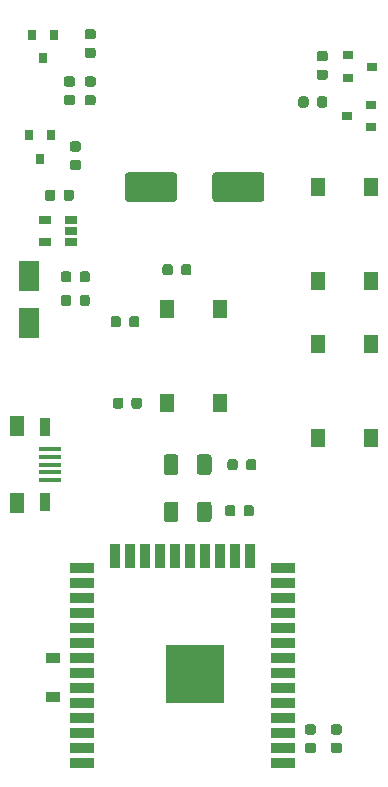
<source format=gtp>
G04 #@! TF.GenerationSoftware,KiCad,Pcbnew,(5.1.7)-1*
G04 #@! TF.CreationDate,2021-04-23T15:20:20+02:00*
G04 #@! TF.ProjectId,TwomesGateway,54776f6d-6573-4476-9174-657761792e6b,rev?*
G04 #@! TF.SameCoordinates,Original*
G04 #@! TF.FileFunction,Paste,Top*
G04 #@! TF.FilePolarity,Positive*
%FSLAX46Y46*%
G04 Gerber Fmt 4.6, Leading zero omitted, Abs format (unit mm)*
G04 Created by KiCad (PCBNEW (5.1.7)-1) date 2021-04-23 15:20:20*
%MOMM*%
%LPD*%
G01*
G04 APERTURE LIST*
%ADD10R,1.800000X2.500000*%
%ADD11R,0.900000X1.625000*%
%ADD12R,1.850000X0.400000*%
%ADD13R,1.300000X1.715000*%
%ADD14R,0.900000X0.800000*%
%ADD15R,0.800000X0.900000*%
%ADD16R,1.200000X0.900000*%
%ADD17R,2.000000X0.900000*%
%ADD18R,0.900000X2.000000*%
%ADD19R,5.000000X5.000000*%
%ADD20R,1.060000X0.650000*%
%ADD21R,1.300000X1.550000*%
G04 APERTURE END LIST*
G36*
G01*
X95250000Y-139875000D02*
X94750000Y-139875000D01*
G75*
G02*
X94525000Y-139650000I0J225000D01*
G01*
X94525000Y-139200000D01*
G75*
G02*
X94750000Y-138975000I225000J0D01*
G01*
X95250000Y-138975000D01*
G75*
G02*
X95475000Y-139200000I0J-225000D01*
G01*
X95475000Y-139650000D01*
G75*
G02*
X95250000Y-139875000I-225000J0D01*
G01*
G37*
G36*
G01*
X95250000Y-141425000D02*
X94750000Y-141425000D01*
G75*
G02*
X94525000Y-141200000I0J225000D01*
G01*
X94525000Y-140750000D01*
G75*
G02*
X94750000Y-140525000I225000J0D01*
G01*
X95250000Y-140525000D01*
G75*
G02*
X95475000Y-140750000I0J-225000D01*
G01*
X95475000Y-141200000D01*
G75*
G02*
X95250000Y-141425000I-225000J0D01*
G01*
G37*
G36*
G01*
X93056250Y-141425000D02*
X92543750Y-141425000D01*
G75*
G02*
X92325000Y-141206250I0J218750D01*
G01*
X92325000Y-140768750D01*
G75*
G02*
X92543750Y-140550000I218750J0D01*
G01*
X93056250Y-140550000D01*
G75*
G02*
X93275000Y-140768750I0J-218750D01*
G01*
X93275000Y-141206250D01*
G75*
G02*
X93056250Y-141425000I-218750J0D01*
G01*
G37*
G36*
G01*
X93056250Y-139850000D02*
X92543750Y-139850000D01*
G75*
G02*
X92325000Y-139631250I0J218750D01*
G01*
X92325000Y-139193750D01*
G75*
G02*
X92543750Y-138975000I218750J0D01*
G01*
X93056250Y-138975000D01*
G75*
G02*
X93275000Y-139193750I0J-218750D01*
G01*
X93275000Y-139631250D01*
G75*
G02*
X93056250Y-139850000I-218750J0D01*
G01*
G37*
G36*
G01*
X84500000Y-94500000D02*
X84500000Y-92500000D01*
G75*
G02*
X84750000Y-92250000I250000J0D01*
G01*
X88650000Y-92250000D01*
G75*
G02*
X88900000Y-92500000I0J-250000D01*
G01*
X88900000Y-94500000D01*
G75*
G02*
X88650000Y-94750000I-250000J0D01*
G01*
X84750000Y-94750000D01*
G75*
G02*
X84500000Y-94500000I0J250000D01*
G01*
G37*
G36*
G01*
X77100000Y-94500000D02*
X77100000Y-92500000D01*
G75*
G02*
X77350000Y-92250000I250000J0D01*
G01*
X81250000Y-92250000D01*
G75*
G02*
X81500000Y-92500000I0J-250000D01*
G01*
X81500000Y-94500000D01*
G75*
G02*
X81250000Y-94750000I-250000J0D01*
G01*
X77350000Y-94750000D01*
G75*
G02*
X77100000Y-94500000I0J250000D01*
G01*
G37*
D10*
X69000000Y-105000000D03*
X69000000Y-101000000D03*
D11*
X70300000Y-120200000D03*
D12*
X70770000Y-118310000D03*
X70770000Y-117660000D03*
X70770000Y-117010000D03*
D11*
X70300000Y-113800000D03*
D12*
X70770000Y-116360000D03*
X70770000Y-115710000D03*
D13*
X67950000Y-120250000D03*
X67950000Y-113750000D03*
G36*
G01*
X73893750Y-81700000D02*
X74406250Y-81700000D01*
G75*
G02*
X74625000Y-81918750I0J-218750D01*
G01*
X74625000Y-82356250D01*
G75*
G02*
X74406250Y-82575000I-218750J0D01*
G01*
X73893750Y-82575000D01*
G75*
G02*
X73675000Y-82356250I0J218750D01*
G01*
X73675000Y-81918750D01*
G75*
G02*
X73893750Y-81700000I218750J0D01*
G01*
G37*
G36*
G01*
X73893750Y-80125000D02*
X74406250Y-80125000D01*
G75*
G02*
X74625000Y-80343750I0J-218750D01*
G01*
X74625000Y-80781250D01*
G75*
G02*
X74406250Y-81000000I-218750J0D01*
G01*
X73893750Y-81000000D01*
G75*
G02*
X73675000Y-80781250I0J218750D01*
G01*
X73675000Y-80343750D01*
G75*
G02*
X73893750Y-80125000I218750J0D01*
G01*
G37*
G36*
G01*
X74406250Y-85000000D02*
X73893750Y-85000000D01*
G75*
G02*
X73675000Y-84781250I0J218750D01*
G01*
X73675000Y-84343750D01*
G75*
G02*
X73893750Y-84125000I218750J0D01*
G01*
X74406250Y-84125000D01*
G75*
G02*
X74625000Y-84343750I0J-218750D01*
G01*
X74625000Y-84781250D01*
G75*
G02*
X74406250Y-85000000I-218750J0D01*
G01*
G37*
G36*
G01*
X74406250Y-86575000D02*
X73893750Y-86575000D01*
G75*
G02*
X73675000Y-86356250I0J218750D01*
G01*
X73675000Y-85918750D01*
G75*
G02*
X73893750Y-85700000I218750J0D01*
G01*
X74406250Y-85700000D01*
G75*
G02*
X74625000Y-85918750I0J-218750D01*
G01*
X74625000Y-86356250D01*
G75*
G02*
X74406250Y-86575000I-218750J0D01*
G01*
G37*
D14*
X95900000Y-87500000D03*
X97900000Y-86550000D03*
X97900000Y-88450000D03*
X98000000Y-83300000D03*
X96000000Y-84250000D03*
X96000000Y-82350000D03*
G36*
G01*
X76950000Y-111543750D02*
X76950000Y-112056250D01*
G75*
G02*
X76731250Y-112275000I-218750J0D01*
G01*
X76293750Y-112275000D01*
G75*
G02*
X76075000Y-112056250I0J218750D01*
G01*
X76075000Y-111543750D01*
G75*
G02*
X76293750Y-111325000I218750J0D01*
G01*
X76731250Y-111325000D01*
G75*
G02*
X76950000Y-111543750I0J-218750D01*
G01*
G37*
G36*
G01*
X78525000Y-111543750D02*
X78525000Y-112056250D01*
G75*
G02*
X78306250Y-112275000I-218750J0D01*
G01*
X77868750Y-112275000D01*
G75*
G02*
X77650000Y-112056250I0J218750D01*
G01*
X77650000Y-111543750D01*
G75*
G02*
X77868750Y-111325000I218750J0D01*
G01*
X78306250Y-111325000D01*
G75*
G02*
X78525000Y-111543750I0J-218750D01*
G01*
G37*
D15*
X69900000Y-91100000D03*
X68950000Y-89100000D03*
X70850000Y-89100000D03*
X70150000Y-82600000D03*
X69200000Y-80600000D03*
X71100000Y-80600000D03*
D16*
X71000000Y-136650000D03*
X71000000Y-133350000D03*
D17*
X73500000Y-142255000D03*
X73500000Y-140985000D03*
X73500000Y-139715000D03*
X73500000Y-138445000D03*
X73500000Y-137175000D03*
X73500000Y-135905000D03*
X73500000Y-134635000D03*
X73500000Y-133365000D03*
X73500000Y-132095000D03*
X73500000Y-130825000D03*
X73500000Y-129555000D03*
X73500000Y-128285000D03*
X73500000Y-127015000D03*
X73500000Y-125745000D03*
D18*
X76285000Y-124745000D03*
X77555000Y-124745000D03*
X78825000Y-124745000D03*
X80095000Y-124745000D03*
X81365000Y-124745000D03*
X82635000Y-124745000D03*
X83905000Y-124745000D03*
X85175000Y-124745000D03*
X86445000Y-124745000D03*
X87715000Y-124745000D03*
D17*
X90500000Y-125745000D03*
X90500000Y-127015000D03*
X90500000Y-128285000D03*
X90500000Y-129555000D03*
X90500000Y-130825000D03*
X90500000Y-132095000D03*
X90500000Y-133365000D03*
X90500000Y-134635000D03*
X90500000Y-135905000D03*
X90500000Y-137175000D03*
X90500000Y-138445000D03*
X90500000Y-139715000D03*
X90500000Y-140985000D03*
X90500000Y-142255000D03*
D19*
X83000000Y-134755000D03*
D20*
X70300000Y-98150000D03*
X70300000Y-96250000D03*
X72500000Y-96250000D03*
X72500000Y-97200000D03*
X72500000Y-98150000D03*
D21*
X93450000Y-101475000D03*
X97950000Y-101475000D03*
X97950000Y-93525000D03*
X93450000Y-93525000D03*
X93450000Y-114775000D03*
X97950000Y-114775000D03*
X97950000Y-106825000D03*
X93450000Y-106825000D03*
X80650000Y-111775000D03*
X85150000Y-111775000D03*
X85150000Y-103825000D03*
X80650000Y-103825000D03*
G36*
G01*
X87350000Y-117256250D02*
X87350000Y-116743750D01*
G75*
G02*
X87568750Y-116525000I218750J0D01*
G01*
X88006250Y-116525000D01*
G75*
G02*
X88225000Y-116743750I0J-218750D01*
G01*
X88225000Y-117256250D01*
G75*
G02*
X88006250Y-117475000I-218750J0D01*
G01*
X87568750Y-117475000D01*
G75*
G02*
X87350000Y-117256250I0J218750D01*
G01*
G37*
G36*
G01*
X85775000Y-117256250D02*
X85775000Y-116743750D01*
G75*
G02*
X85993750Y-116525000I218750J0D01*
G01*
X86431250Y-116525000D01*
G75*
G02*
X86650000Y-116743750I0J-218750D01*
G01*
X86650000Y-117256250D01*
G75*
G02*
X86431250Y-117475000I-218750J0D01*
G01*
X85993750Y-117475000D01*
G75*
G02*
X85775000Y-117256250I0J218750D01*
G01*
G37*
G36*
G01*
X87137500Y-121156250D02*
X87137500Y-120643750D01*
G75*
G02*
X87356250Y-120425000I218750J0D01*
G01*
X87793750Y-120425000D01*
G75*
G02*
X88012500Y-120643750I0J-218750D01*
G01*
X88012500Y-121156250D01*
G75*
G02*
X87793750Y-121375000I-218750J0D01*
G01*
X87356250Y-121375000D01*
G75*
G02*
X87137500Y-121156250I0J218750D01*
G01*
G37*
G36*
G01*
X85562500Y-121156250D02*
X85562500Y-120643750D01*
G75*
G02*
X85781250Y-120425000I218750J0D01*
G01*
X86218750Y-120425000D01*
G75*
G02*
X86437500Y-120643750I0J-218750D01*
G01*
X86437500Y-121156250D01*
G75*
G02*
X86218750Y-121375000I-218750J0D01*
G01*
X85781250Y-121375000D01*
G75*
G02*
X85562500Y-121156250I0J218750D01*
G01*
G37*
G36*
G01*
X76750000Y-104643750D02*
X76750000Y-105156250D01*
G75*
G02*
X76531250Y-105375000I-218750J0D01*
G01*
X76093750Y-105375000D01*
G75*
G02*
X75875000Y-105156250I0J218750D01*
G01*
X75875000Y-104643750D01*
G75*
G02*
X76093750Y-104425000I218750J0D01*
G01*
X76531250Y-104425000D01*
G75*
G02*
X76750000Y-104643750I0J-218750D01*
G01*
G37*
G36*
G01*
X78325000Y-104643750D02*
X78325000Y-105156250D01*
G75*
G02*
X78106250Y-105375000I-218750J0D01*
G01*
X77668750Y-105375000D01*
G75*
G02*
X77450000Y-105156250I0J218750D01*
G01*
X77450000Y-104643750D01*
G75*
G02*
X77668750Y-104425000I218750J0D01*
G01*
X78106250Y-104425000D01*
G75*
G02*
X78325000Y-104643750I0J-218750D01*
G01*
G37*
G36*
G01*
X81850000Y-100756250D02*
X81850000Y-100243750D01*
G75*
G02*
X82068750Y-100025000I218750J0D01*
G01*
X82506250Y-100025000D01*
G75*
G02*
X82725000Y-100243750I0J-218750D01*
G01*
X82725000Y-100756250D01*
G75*
G02*
X82506250Y-100975000I-218750J0D01*
G01*
X82068750Y-100975000D01*
G75*
G02*
X81850000Y-100756250I0J218750D01*
G01*
G37*
G36*
G01*
X80275000Y-100756250D02*
X80275000Y-100243750D01*
G75*
G02*
X80493750Y-100025000I218750J0D01*
G01*
X80931250Y-100025000D01*
G75*
G02*
X81150000Y-100243750I0J-218750D01*
G01*
X81150000Y-100756250D01*
G75*
G02*
X80931250Y-100975000I-218750J0D01*
G01*
X80493750Y-100975000D01*
G75*
G02*
X80275000Y-100756250I0J218750D01*
G01*
G37*
G36*
G01*
X93350000Y-86556250D02*
X93350000Y-86043750D01*
G75*
G02*
X93568750Y-85825000I218750J0D01*
G01*
X94006250Y-85825000D01*
G75*
G02*
X94225000Y-86043750I0J-218750D01*
G01*
X94225000Y-86556250D01*
G75*
G02*
X94006250Y-86775000I-218750J0D01*
G01*
X93568750Y-86775000D01*
G75*
G02*
X93350000Y-86556250I0J218750D01*
G01*
G37*
G36*
G01*
X91775000Y-86556250D02*
X91775000Y-86043750D01*
G75*
G02*
X91993750Y-85825000I218750J0D01*
G01*
X92431250Y-85825000D01*
G75*
G02*
X92650000Y-86043750I0J-218750D01*
G01*
X92650000Y-86556250D01*
G75*
G02*
X92431250Y-86775000I-218750J0D01*
G01*
X91993750Y-86775000D01*
G75*
G02*
X91775000Y-86556250I0J218750D01*
G01*
G37*
G36*
G01*
X94056250Y-82850000D02*
X93543750Y-82850000D01*
G75*
G02*
X93325000Y-82631250I0J218750D01*
G01*
X93325000Y-82193750D01*
G75*
G02*
X93543750Y-81975000I218750J0D01*
G01*
X94056250Y-81975000D01*
G75*
G02*
X94275000Y-82193750I0J-218750D01*
G01*
X94275000Y-82631250D01*
G75*
G02*
X94056250Y-82850000I-218750J0D01*
G01*
G37*
G36*
G01*
X94056250Y-84425000D02*
X93543750Y-84425000D01*
G75*
G02*
X93325000Y-84206250I0J218750D01*
G01*
X93325000Y-83768750D01*
G75*
G02*
X93543750Y-83550000I218750J0D01*
G01*
X94056250Y-83550000D01*
G75*
G02*
X94275000Y-83768750I0J-218750D01*
G01*
X94275000Y-84206250D01*
G75*
G02*
X94056250Y-84425000I-218750J0D01*
G01*
G37*
G36*
G01*
X72656250Y-85000000D02*
X72143750Y-85000000D01*
G75*
G02*
X71925000Y-84781250I0J218750D01*
G01*
X71925000Y-84343750D01*
G75*
G02*
X72143750Y-84125000I218750J0D01*
G01*
X72656250Y-84125000D01*
G75*
G02*
X72875000Y-84343750I0J-218750D01*
G01*
X72875000Y-84781250D01*
G75*
G02*
X72656250Y-85000000I-218750J0D01*
G01*
G37*
G36*
G01*
X72656250Y-86575000D02*
X72143750Y-86575000D01*
G75*
G02*
X71925000Y-86356250I0J218750D01*
G01*
X71925000Y-85918750D01*
G75*
G02*
X72143750Y-85700000I218750J0D01*
G01*
X72656250Y-85700000D01*
G75*
G02*
X72875000Y-85918750I0J-218750D01*
G01*
X72875000Y-86356250D01*
G75*
G02*
X72656250Y-86575000I-218750J0D01*
G01*
G37*
G36*
G01*
X73156250Y-90500000D02*
X72643750Y-90500000D01*
G75*
G02*
X72425000Y-90281250I0J218750D01*
G01*
X72425000Y-89843750D01*
G75*
G02*
X72643750Y-89625000I218750J0D01*
G01*
X73156250Y-89625000D01*
G75*
G02*
X73375000Y-89843750I0J-218750D01*
G01*
X73375000Y-90281250D01*
G75*
G02*
X73156250Y-90500000I-218750J0D01*
G01*
G37*
G36*
G01*
X73156250Y-92075000D02*
X72643750Y-92075000D01*
G75*
G02*
X72425000Y-91856250I0J218750D01*
G01*
X72425000Y-91418750D01*
G75*
G02*
X72643750Y-91200000I218750J0D01*
G01*
X73156250Y-91200000D01*
G75*
G02*
X73375000Y-91418750I0J-218750D01*
G01*
X73375000Y-91856250D01*
G75*
G02*
X73156250Y-92075000I-218750J0D01*
G01*
G37*
G36*
G01*
X83175000Y-117625000D02*
X83175000Y-116375000D01*
G75*
G02*
X83425000Y-116125000I250000J0D01*
G01*
X84175000Y-116125000D01*
G75*
G02*
X84425000Y-116375000I0J-250000D01*
G01*
X84425000Y-117625000D01*
G75*
G02*
X84175000Y-117875000I-250000J0D01*
G01*
X83425000Y-117875000D01*
G75*
G02*
X83175000Y-117625000I0J250000D01*
G01*
G37*
G36*
G01*
X80375000Y-117625000D02*
X80375000Y-116375000D01*
G75*
G02*
X80625000Y-116125000I250000J0D01*
G01*
X81375000Y-116125000D01*
G75*
G02*
X81625000Y-116375000I0J-250000D01*
G01*
X81625000Y-117625000D01*
G75*
G02*
X81375000Y-117875000I-250000J0D01*
G01*
X80625000Y-117875000D01*
G75*
G02*
X80375000Y-117625000I0J250000D01*
G01*
G37*
G36*
G01*
X83175000Y-121625000D02*
X83175000Y-120375000D01*
G75*
G02*
X83425000Y-120125000I250000J0D01*
G01*
X84175000Y-120125000D01*
G75*
G02*
X84425000Y-120375000I0J-250000D01*
G01*
X84425000Y-121625000D01*
G75*
G02*
X84175000Y-121875000I-250000J0D01*
G01*
X83425000Y-121875000D01*
G75*
G02*
X83175000Y-121625000I0J250000D01*
G01*
G37*
G36*
G01*
X80375000Y-121625000D02*
X80375000Y-120375000D01*
G75*
G02*
X80625000Y-120125000I250000J0D01*
G01*
X81375000Y-120125000D01*
G75*
G02*
X81625000Y-120375000I0J-250000D01*
G01*
X81625000Y-121625000D01*
G75*
G02*
X81375000Y-121875000I-250000J0D01*
G01*
X80625000Y-121875000D01*
G75*
G02*
X80375000Y-121625000I0J250000D01*
G01*
G37*
G36*
G01*
X73250000Y-103356250D02*
X73250000Y-102843750D01*
G75*
G02*
X73468750Y-102625000I218750J0D01*
G01*
X73906250Y-102625000D01*
G75*
G02*
X74125000Y-102843750I0J-218750D01*
G01*
X74125000Y-103356250D01*
G75*
G02*
X73906250Y-103575000I-218750J0D01*
G01*
X73468750Y-103575000D01*
G75*
G02*
X73250000Y-103356250I0J218750D01*
G01*
G37*
G36*
G01*
X71675000Y-103356250D02*
X71675000Y-102843750D01*
G75*
G02*
X71893750Y-102625000I218750J0D01*
G01*
X72331250Y-102625000D01*
G75*
G02*
X72550000Y-102843750I0J-218750D01*
G01*
X72550000Y-103356250D01*
G75*
G02*
X72331250Y-103575000I-218750J0D01*
G01*
X71893750Y-103575000D01*
G75*
G02*
X71675000Y-103356250I0J218750D01*
G01*
G37*
G36*
G01*
X73250000Y-101356250D02*
X73250000Y-100843750D01*
G75*
G02*
X73468750Y-100625000I218750J0D01*
G01*
X73906250Y-100625000D01*
G75*
G02*
X74125000Y-100843750I0J-218750D01*
G01*
X74125000Y-101356250D01*
G75*
G02*
X73906250Y-101575000I-218750J0D01*
G01*
X73468750Y-101575000D01*
G75*
G02*
X73250000Y-101356250I0J218750D01*
G01*
G37*
G36*
G01*
X71675000Y-101356250D02*
X71675000Y-100843750D01*
G75*
G02*
X71893750Y-100625000I218750J0D01*
G01*
X72331250Y-100625000D01*
G75*
G02*
X72550000Y-100843750I0J-218750D01*
G01*
X72550000Y-101356250D01*
G75*
G02*
X72331250Y-101575000I-218750J0D01*
G01*
X71893750Y-101575000D01*
G75*
G02*
X71675000Y-101356250I0J218750D01*
G01*
G37*
G36*
G01*
X71900000Y-94456250D02*
X71900000Y-93943750D01*
G75*
G02*
X72118750Y-93725000I218750J0D01*
G01*
X72556250Y-93725000D01*
G75*
G02*
X72775000Y-93943750I0J-218750D01*
G01*
X72775000Y-94456250D01*
G75*
G02*
X72556250Y-94675000I-218750J0D01*
G01*
X72118750Y-94675000D01*
G75*
G02*
X71900000Y-94456250I0J218750D01*
G01*
G37*
G36*
G01*
X70325000Y-94456250D02*
X70325000Y-93943750D01*
G75*
G02*
X70543750Y-93725000I218750J0D01*
G01*
X70981250Y-93725000D01*
G75*
G02*
X71200000Y-93943750I0J-218750D01*
G01*
X71200000Y-94456250D01*
G75*
G02*
X70981250Y-94675000I-218750J0D01*
G01*
X70543750Y-94675000D01*
G75*
G02*
X70325000Y-94456250I0J218750D01*
G01*
G37*
M02*

</source>
